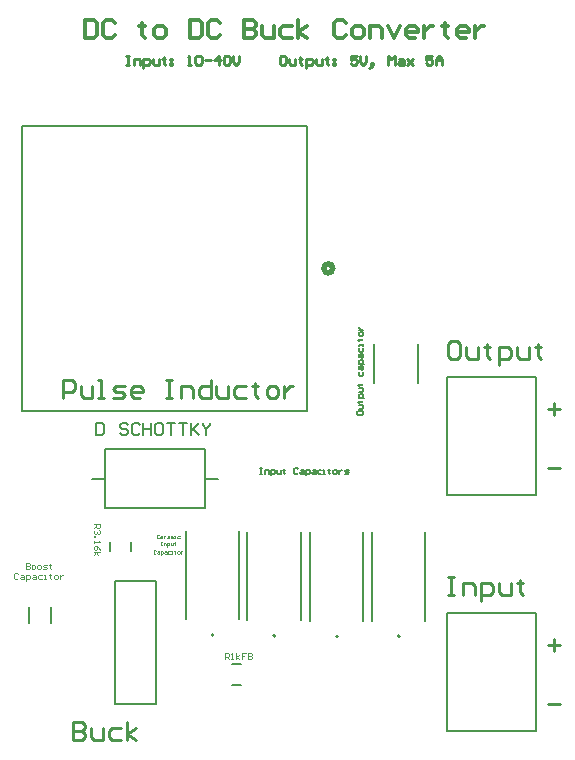
<source format=gbr>
%TF.GenerationSoftware,Altium Limited,Altium Designer,21.6.4 (81)*%
G04 Layer_Color=65535*
%FSLAX26Y26*%
%MOIN*%
%TF.SameCoordinates,D1CDB01D-C4A6-469F-8C54-8347A019B806*%
%TF.FilePolarity,Positive*%
%TF.FileFunction,Legend,Top*%
%TF.Part,Single*%
G01*
G75*
%TA.AperFunction,NonConductor*%
%ADD32C,0.020000*%
%ADD33C,0.007874*%
%ADD34C,0.003937*%
%ADD42C,0.006000*%
%ADD43C,0.005000*%
%ADD44C,0.010000*%
%ADD45C,0.011811*%
%ADD46C,0.005906*%
D32*
X1387756Y1881890D02*
G03*
X1387756Y1881890I-15000J0D01*
G01*
D33*
X1405512Y655315D02*
G03*
X1405512Y655315I-3937J0D01*
G01*
X990157Y660236D02*
G03*
X990157Y660236I-3937J0D01*
G01*
X1195866Y657284D02*
G03*
X1195866Y657284I-3937J0D01*
G01*
X1611220Y655315D02*
G03*
X1611220Y655315I-3937J0D01*
G01*
X585827Y1181102D02*
X629921D01*
X960630D02*
X1004724D01*
X629921Y1081693D02*
Y1280512D01*
X960630D01*
Y1081693D02*
Y1280512D01*
X629921Y1081693D02*
X960630D01*
X2064961Y1126968D02*
Y1520669D01*
X1769685Y1126968D02*
Y1520669D01*
X2064961D01*
X1769685Y1126968D02*
X2064961D01*
X2064961Y339567D02*
Y733268D01*
X1769685Y339567D02*
Y733268D01*
X2064961D01*
X1769685Y339567D02*
X2064961D01*
X1053150Y562992D02*
X1082677D01*
X1053150Y494094D02*
X1082677D01*
X713583Y938976D02*
Y968504D01*
X644685Y938976D02*
Y968504D01*
X1146702Y1217843D02*
X1153261D01*
X1149981D01*
Y1198165D01*
X1146702D01*
X1153261D01*
X1163101D02*
Y1211284D01*
X1172940D01*
X1176220Y1208004D01*
Y1198165D01*
X1182779Y1191605D02*
Y1211284D01*
X1192618D01*
X1195898Y1208004D01*
Y1201445D01*
X1192618Y1198165D01*
X1182779D01*
X1202458Y1211284D02*
Y1201445D01*
X1205737Y1198165D01*
X1215577D01*
Y1211284D01*
X1225416Y1214564D02*
Y1211284D01*
X1222136D01*
X1228696D01*
X1225416D01*
Y1201445D01*
X1228696Y1198165D01*
X1271333Y1214564D02*
X1268053Y1217843D01*
X1261494D01*
X1258214Y1214564D01*
Y1201445D01*
X1261494Y1198165D01*
X1268053D01*
X1271333Y1201445D01*
X1281172Y1211284D02*
X1287732D01*
X1291012Y1208004D01*
Y1198165D01*
X1281172D01*
X1277892Y1201445D01*
X1281172Y1204724D01*
X1291012D01*
X1297571Y1191605D02*
Y1211284D01*
X1307410D01*
X1310690Y1208004D01*
Y1201445D01*
X1307410Y1198165D01*
X1297571D01*
X1320529Y1211284D02*
X1327089D01*
X1330369Y1208004D01*
Y1198165D01*
X1320529D01*
X1317250Y1201445D01*
X1320529Y1204724D01*
X1330369D01*
X1350047Y1211284D02*
X1340208D01*
X1336928Y1208004D01*
Y1201445D01*
X1340208Y1198165D01*
X1350047D01*
X1356607D02*
X1363166D01*
X1359887D01*
Y1211284D01*
X1356607D01*
X1376285Y1214564D02*
Y1211284D01*
X1373006D01*
X1379565D01*
X1376285D01*
Y1201445D01*
X1379565Y1198165D01*
X1392684D02*
X1399244D01*
X1402524Y1201445D01*
Y1208004D01*
X1399244Y1211284D01*
X1392684D01*
X1389405Y1208004D01*
Y1201445D01*
X1392684Y1198165D01*
X1409083Y1211284D02*
Y1198165D01*
Y1204724D01*
X1412363Y1208004D01*
X1415643Y1211284D01*
X1418922D01*
X1428762Y1198165D02*
X1438601D01*
X1441881Y1201445D01*
X1438601Y1204724D01*
X1432042D01*
X1428762Y1208004D01*
X1432042Y1211284D01*
X1441881D01*
X1467196Y1403260D02*
Y1396700D01*
X1470476Y1393420D01*
X1483595D01*
X1486874Y1396700D01*
Y1403260D01*
X1483595Y1406540D01*
X1470476D01*
X1467196Y1403260D01*
X1473755Y1413099D02*
X1483595D01*
X1486874Y1416379D01*
Y1426218D01*
X1473755D01*
X1470476Y1436057D02*
X1473755D01*
Y1432778D01*
Y1439337D01*
Y1436057D01*
X1483595D01*
X1486874Y1439337D01*
X1493434Y1449177D02*
X1473755D01*
Y1459016D01*
X1477035Y1462296D01*
X1483595D01*
X1486874Y1459016D01*
Y1449177D01*
X1473755Y1468855D02*
X1483595D01*
X1486874Y1472135D01*
Y1481974D01*
X1473755D01*
X1470476Y1491813D02*
X1473755D01*
Y1488534D01*
Y1495093D01*
Y1491813D01*
X1483595D01*
X1486874Y1495093D01*
X1473755Y1537730D02*
Y1527891D01*
X1477035Y1524611D01*
X1483595D01*
X1486874Y1527891D01*
Y1537730D01*
X1473755Y1547570D02*
Y1554129D01*
X1477035Y1557409D01*
X1486874D01*
Y1547570D01*
X1483595Y1544290D01*
X1480315Y1547570D01*
Y1557409D01*
X1493434Y1563968D02*
X1473755D01*
Y1573808D01*
X1477035Y1577088D01*
X1483595D01*
X1486874Y1573808D01*
Y1563968D01*
X1473755Y1586927D02*
Y1593486D01*
X1477035Y1596766D01*
X1486874D01*
Y1586927D01*
X1483595Y1583647D01*
X1480315Y1586927D01*
Y1596766D01*
X1473755Y1616445D02*
Y1606605D01*
X1477035Y1603326D01*
X1483595D01*
X1486874Y1606605D01*
Y1616445D01*
Y1623004D02*
Y1629564D01*
Y1626284D01*
X1473755D01*
Y1623004D01*
X1470476Y1642683D02*
X1473755D01*
Y1639403D01*
Y1645963D01*
Y1642683D01*
X1483595D01*
X1486874Y1645963D01*
Y1659082D02*
Y1665641D01*
X1483595Y1668921D01*
X1477035D01*
X1473755Y1665641D01*
Y1659082D01*
X1477035Y1655802D01*
X1483595D01*
X1486874Y1659082D01*
X1473755Y1675481D02*
X1486874D01*
X1480315D01*
X1477035Y1678760D01*
X1473755Y1682040D01*
Y1685320D01*
D34*
X808081Y992119D02*
X806113Y994087D01*
X802177D01*
X800209Y992119D01*
Y984247D01*
X802177Y982279D01*
X806113D01*
X808081Y984247D01*
X817920Y982279D02*
X813984D01*
X812016Y984247D01*
Y988183D01*
X813984Y990151D01*
X817920D01*
X819888Y988183D01*
Y986215D01*
X812016D01*
X823824Y990151D02*
Y982279D01*
Y986215D01*
X825792Y988183D01*
X827759Y990151D01*
X829727D01*
X837599D02*
X841534D01*
X843502Y988183D01*
Y982279D01*
X837599D01*
X835631Y984247D01*
X837599Y986215D01*
X843502D01*
X847438Y982279D02*
Y990151D01*
X849406D01*
X851374Y988183D01*
Y982279D01*
Y988183D01*
X853342Y990151D01*
X855310Y988183D01*
Y982279D01*
X859245D02*
X863181D01*
X861213D01*
Y990151D01*
X859245D01*
X876956D02*
X871053D01*
X869085Y988183D01*
Y984247D01*
X871053Y982279D01*
X876956D01*
X813984Y970469D02*
X817920D01*
X815952D01*
Y958662D01*
X813984D01*
X817920D01*
X823824D02*
Y966534D01*
X829727D01*
X831695Y964566D01*
Y958662D01*
X835631Y954726D02*
Y966534D01*
X841534D01*
X843502Y964566D01*
Y960630D01*
X841534Y958662D01*
X835631D01*
X847438Y966534D02*
Y960630D01*
X849406Y958662D01*
X855310D01*
Y966534D01*
X861213Y968501D02*
Y966534D01*
X859245D01*
X863181D01*
X861213D01*
Y960630D01*
X863181Y958662D01*
X798241Y940948D02*
X796274Y942916D01*
X792338D01*
X790370Y940948D01*
Y933077D01*
X792338Y931109D01*
X796274D01*
X798241Y933077D01*
X804145Y938980D02*
X808081D01*
X810049Y937013D01*
Y931109D01*
X804145D01*
X802177Y933077D01*
X804145Y935045D01*
X810049D01*
X813984Y927173D02*
Y938980D01*
X819888D01*
X821856Y937013D01*
Y933077D01*
X819888Y931109D01*
X813984D01*
X827760Y938980D02*
X831695D01*
X833663Y937013D01*
Y931109D01*
X827760D01*
X825792Y933077D01*
X827760Y935045D01*
X833663D01*
X845470Y938980D02*
X839567D01*
X837599Y937013D01*
Y933077D01*
X839567Y931109D01*
X845470D01*
X849406D02*
X853342D01*
X851374D01*
Y938980D01*
X849406D01*
X861213Y940948D02*
Y938980D01*
X859245D01*
X863181D01*
X861213D01*
Y933077D01*
X863181Y931109D01*
X871053D02*
X874988D01*
X876956Y933077D01*
Y937013D01*
X874988Y938980D01*
X871053D01*
X869085Y937013D01*
Y933077D01*
X871053Y931109D01*
X880892Y938980D02*
Y931109D01*
Y935045D01*
X882860Y937013D01*
X884827Y938980D01*
X886795D01*
X363859Y900714D02*
Y881035D01*
X373698D01*
X376978Y884315D01*
Y887595D01*
X373698Y890874D01*
X363859D01*
X373698D01*
X376978Y894154D01*
Y897434D01*
X373698Y900714D01*
X363859D01*
X386817Y881035D02*
X393377D01*
X396657Y884315D01*
Y890874D01*
X393377Y894154D01*
X386817D01*
X383538Y890874D01*
Y884315D01*
X386817Y881035D01*
X406496D02*
X413056D01*
X416335Y884315D01*
Y890874D01*
X413056Y894154D01*
X406496D01*
X403216Y890874D01*
Y884315D01*
X406496Y881035D01*
X422895D02*
X432734D01*
X436014Y884315D01*
X432734Y887595D01*
X426175D01*
X422895Y890874D01*
X426175Y894154D01*
X436014D01*
X445853Y897434D02*
Y894154D01*
X442574D01*
X449133D01*
X445853D01*
Y884315D01*
X449133Y881035D01*
X339261Y864371D02*
X335981Y867650D01*
X329421D01*
X326142Y864371D01*
Y851252D01*
X329421Y847972D01*
X335981D01*
X339261Y851252D01*
X349100Y861091D02*
X355660D01*
X358939Y857811D01*
Y847972D01*
X349100D01*
X345820Y851252D01*
X349100Y854531D01*
X358939D01*
X365499Y841412D02*
Y861091D01*
X375338D01*
X378618Y857811D01*
Y851252D01*
X375338Y847972D01*
X365499D01*
X388457Y861091D02*
X395017D01*
X398297Y857811D01*
Y847972D01*
X388457D01*
X385178Y851252D01*
X388457Y854531D01*
X398297D01*
X417975Y861091D02*
X408136D01*
X404856Y857811D01*
Y851252D01*
X408136Y847972D01*
X417975D01*
X424535D02*
X431094D01*
X427815D01*
Y861091D01*
X424535D01*
X444213Y864371D02*
Y861091D01*
X440934D01*
X447493D01*
X444213D01*
Y851252D01*
X447493Y847972D01*
X460612D02*
X467172D01*
X470452Y851252D01*
Y857811D01*
X467172Y861091D01*
X460612D01*
X457332Y857811D01*
Y851252D01*
X460612Y847972D01*
X477011Y861091D02*
Y847972D01*
Y854531D01*
X480291Y857811D01*
X483571Y861091D01*
X486850D01*
X591539Y1029183D02*
X611217D01*
Y1019344D01*
X607938Y1016064D01*
X601378D01*
X598098Y1019344D01*
Y1029183D01*
Y1022623D02*
X591539Y1016064D01*
X607938Y1009504D02*
X611217Y1006225D01*
Y999665D01*
X607938Y996385D01*
X604658D01*
X601378Y999665D01*
Y1002945D01*
Y999665D01*
X598098Y996385D01*
X594818D01*
X591539Y999665D01*
Y1006225D01*
X594818Y1009504D01*
X591539Y989826D02*
X594818D01*
Y986546D01*
X591539D01*
Y989826D01*
Y973427D02*
Y966867D01*
Y970147D01*
X611217D01*
X607938Y973427D01*
X611217Y943909D02*
X607938Y950468D01*
X601378Y957028D01*
X594818D01*
X591539Y953748D01*
Y947189D01*
X594818Y943909D01*
X598098D01*
X601378Y947189D01*
Y957028D01*
X591539Y937349D02*
X611217D01*
X598098D02*
X604658Y927510D01*
X598098Y937349D02*
X591539Y927510D01*
X1029542Y579728D02*
Y599406D01*
X1039381D01*
X1042661Y596126D01*
Y589567D01*
X1039381Y586287D01*
X1029542D01*
X1036101D02*
X1042661Y579728D01*
X1049221D02*
X1055780D01*
X1052500D01*
Y599406D01*
X1049221Y596126D01*
X1065620Y579728D02*
Y599406D01*
Y586287D02*
X1075459Y592847D01*
X1065620Y586287D02*
X1075459Y579728D01*
X1098417Y599406D02*
X1085298D01*
Y589567D01*
X1091858D01*
X1085298D01*
Y579728D01*
X1104977Y599406D02*
Y579728D01*
X1114816D01*
X1118096Y583007D01*
Y586287D01*
X1114816Y589567D01*
X1104977D01*
X1114816D01*
X1118096Y592847D01*
Y596126D01*
X1114816Y599406D01*
X1104977D01*
D42*
X1302756Y1406890D02*
Y2356890D01*
X352756Y1406890D02*
X1302756D01*
X352756D02*
Y2356890D01*
X1302756D01*
X660283Y428464D02*
Y838465D01*
X798283D01*
Y428464D02*
Y838465D01*
X660283Y428464D02*
X798283D01*
X1525409Y1498585D02*
Y1629368D01*
X1673409Y1498585D02*
Y1629368D01*
X448901Y698502D02*
Y752285D01*
X375901Y698502D02*
Y752285D01*
D43*
X1490157Y707677D02*
Y1002953D01*
X1312992Y707677D02*
Y1002953D01*
X1074803Y712598D02*
Y1007874D01*
X897638Y712598D02*
Y1007874D01*
X1280512Y709646D02*
Y1004921D01*
X1103346Y709646D02*
Y1004921D01*
X1695866Y707677D02*
Y1002953D01*
X1518701Y707677D02*
Y1002953D01*
D44*
X2104488Y1215709D02*
X2144476D01*
X2104488Y1412868D02*
X2144476D01*
X2124482Y1432861D02*
Y1392874D01*
X698976Y2591351D02*
X709472D01*
X704224D01*
Y2559865D01*
X698976D01*
X709472D01*
X725215D02*
Y2580856D01*
X740958D01*
X746205Y2575608D01*
Y2559865D01*
X756701Y2549370D02*
Y2580856D01*
X772444D01*
X777691Y2575608D01*
Y2565113D01*
X772444Y2559865D01*
X756701D01*
X788187Y2580856D02*
Y2565113D01*
X793434Y2559865D01*
X809177D01*
Y2580856D01*
X824920Y2586104D02*
Y2580856D01*
X819672D01*
X830168D01*
X824920D01*
Y2565113D01*
X830168Y2559865D01*
X845911Y2580856D02*
X851158D01*
Y2575608D01*
X845911D01*
Y2580856D01*
Y2565113D02*
X851158D01*
Y2559865D01*
X845911D01*
Y2565113D01*
X903635Y2559865D02*
X914130D01*
X908883D01*
Y2591351D01*
X903635Y2586104D01*
X929873D02*
X935121Y2591351D01*
X945616D01*
X950864Y2586104D01*
Y2565113D01*
X945616Y2559865D01*
X935121D01*
X929873Y2565113D01*
Y2586104D01*
X961359Y2575608D02*
X982350D01*
X1008588Y2559865D02*
Y2591351D01*
X992845Y2575608D01*
X1013836D01*
X1024331Y2586104D02*
X1029579Y2591351D01*
X1040074D01*
X1045322Y2586104D01*
Y2565113D01*
X1040074Y2559865D01*
X1029579D01*
X1024331Y2565113D01*
Y2586104D01*
X1055817Y2591351D02*
Y2570361D01*
X1066312Y2559865D01*
X1076807Y2570361D01*
Y2591351D01*
X1226530D02*
X1216035D01*
X1210787Y2586104D01*
Y2565113D01*
X1216035Y2559865D01*
X1226530D01*
X1231778Y2565113D01*
Y2586104D01*
X1226530Y2591351D01*
X1242273Y2580856D02*
Y2565113D01*
X1247521Y2559865D01*
X1263264D01*
Y2580856D01*
X1279007Y2586104D02*
Y2580856D01*
X1273759D01*
X1284255D01*
X1279007D01*
Y2565113D01*
X1284255Y2559865D01*
X1299997Y2549370D02*
Y2580856D01*
X1315741D01*
X1320988Y2575608D01*
Y2565113D01*
X1315741Y2559865D01*
X1299997D01*
X1331483Y2580856D02*
Y2565113D01*
X1336731Y2559865D01*
X1352474D01*
Y2580856D01*
X1368217Y2586104D02*
Y2580856D01*
X1362969D01*
X1373465D01*
X1368217D01*
Y2565113D01*
X1373465Y2559865D01*
X1389208Y2580856D02*
X1394455D01*
Y2575608D01*
X1389208D01*
Y2580856D01*
Y2565113D02*
X1394455D01*
Y2559865D01*
X1389208D01*
Y2565113D01*
X1467922Y2591351D02*
X1446932D01*
Y2575608D01*
X1457427Y2580856D01*
X1462675D01*
X1467922Y2575608D01*
Y2565113D01*
X1462675Y2559865D01*
X1452179D01*
X1446932Y2565113D01*
X1478418Y2591351D02*
Y2570361D01*
X1488913Y2559865D01*
X1499408Y2570361D01*
Y2591351D01*
X1515151Y2554618D02*
X1520399Y2559865D01*
Y2565113D01*
X1515151D01*
Y2559865D01*
X1520399D01*
X1515151Y2554618D01*
X1509904Y2549370D01*
X1572875Y2559865D02*
Y2591351D01*
X1583371Y2580856D01*
X1593866Y2591351D01*
Y2559865D01*
X1609609Y2580856D02*
X1620104D01*
X1625352Y2575608D01*
Y2559865D01*
X1609609D01*
X1604361Y2565113D01*
X1609609Y2570361D01*
X1625352D01*
X1635847Y2580856D02*
X1656838Y2559865D01*
X1646342Y2570361D01*
X1656838Y2580856D01*
X1635847Y2559865D01*
X1719810Y2591351D02*
X1698819D01*
Y2575608D01*
X1709314Y2580856D01*
X1714562D01*
X1719810Y2575608D01*
Y2565113D01*
X1714562Y2559865D01*
X1704067D01*
X1698819Y2565113D01*
X1730305Y2559865D02*
Y2580856D01*
X1740800Y2591351D01*
X1751295Y2580856D01*
Y2559865D01*
Y2575608D01*
X1730305D01*
X2104488Y428307D02*
X2144475D01*
X2104488Y625466D02*
X2144475D01*
X2124482Y645459D02*
Y605472D01*
X522003Y368573D02*
Y308592D01*
X551993D01*
X561990Y318589D01*
Y328586D01*
X551993Y338583D01*
X522003D01*
X551993D01*
X561990Y348579D01*
Y358576D01*
X551993Y368573D01*
X522003D01*
X581983Y348579D02*
Y318589D01*
X591980Y308592D01*
X621970D01*
Y348579D01*
X681951D02*
X651961D01*
X641964Y338583D01*
Y318589D01*
X651961Y308592D01*
X681951D01*
X701944D02*
Y368573D01*
Y328586D02*
X731935Y348579D01*
X701944Y328586D02*
X731935Y308592D01*
X488313Y1449813D02*
Y1508849D01*
X517831D01*
X527671Y1499009D01*
Y1479331D01*
X517831Y1469491D01*
X488313D01*
X547349Y1489170D02*
Y1459652D01*
X557189Y1449813D01*
X586707D01*
Y1489170D01*
X606385Y1449813D02*
X626064D01*
X616225D01*
Y1508849D01*
X606385D01*
X655582Y1449813D02*
X685100D01*
X694939Y1459652D01*
X685100Y1469491D01*
X665421D01*
X655582Y1479331D01*
X665421Y1489170D01*
X694939D01*
X744136Y1449813D02*
X724457D01*
X714618Y1459652D01*
Y1479331D01*
X724457Y1489170D01*
X744136D01*
X753975Y1479331D01*
Y1469491D01*
X714618D01*
X832690Y1508849D02*
X852369D01*
X842529D01*
Y1449813D01*
X832690D01*
X852369D01*
X881887D02*
Y1489170D01*
X911405D01*
X921244Y1479331D01*
Y1449813D01*
X980280Y1508849D02*
Y1449813D01*
X950762D01*
X940923Y1459652D01*
Y1479331D01*
X950762Y1489170D01*
X980280D01*
X999959D02*
Y1459652D01*
X1009798Y1449813D01*
X1039316D01*
Y1489170D01*
X1098352D02*
X1068834D01*
X1058995Y1479331D01*
Y1459652D01*
X1068834Y1449813D01*
X1098352D01*
X1127870Y1499009D02*
Y1489170D01*
X1118031D01*
X1137709D01*
X1127870D01*
Y1459652D01*
X1137709Y1449813D01*
X1177067D02*
X1196745D01*
X1206585Y1459652D01*
Y1479331D01*
X1196745Y1489170D01*
X1177067D01*
X1167227Y1479331D01*
Y1459652D01*
X1177067Y1449813D01*
X1226263Y1489170D02*
Y1449813D01*
Y1469491D01*
X1236103Y1479331D01*
X1245942Y1489170D01*
X1255781D01*
X1801313Y1639547D02*
X1781320D01*
X1771323Y1629551D01*
Y1589564D01*
X1781320Y1579567D01*
X1801313D01*
X1811310Y1589564D01*
Y1629551D01*
X1801313Y1639547D01*
X1831303Y1619554D02*
Y1589564D01*
X1841300Y1579567D01*
X1871291D01*
Y1619554D01*
X1901281Y1629551D02*
Y1619554D01*
X1891284D01*
X1911277D01*
X1901281D01*
Y1589564D01*
X1911277Y1579567D01*
X1941268Y1559573D02*
Y1619554D01*
X1971258D01*
X1981255Y1609557D01*
Y1589564D01*
X1971258Y1579567D01*
X1941268D01*
X2001248Y1619554D02*
Y1589564D01*
X2011245Y1579567D01*
X2041236D01*
Y1619554D01*
X2071226Y1629551D02*
Y1619554D01*
X2061229D01*
X2081222D01*
X2071226D01*
Y1589564D01*
X2081222Y1579567D01*
X1771323Y852548D02*
X1791316D01*
X1781320D01*
Y792567D01*
X1771323D01*
X1791316D01*
X1821307D02*
Y832554D01*
X1851297D01*
X1861294Y822557D01*
Y792567D01*
X1881287Y772573D02*
Y832554D01*
X1911277D01*
X1921274Y822557D01*
Y802564D01*
X1911277Y792567D01*
X1881287D01*
X1941268Y832554D02*
Y802564D01*
X1951265Y792567D01*
X1981255D01*
Y832554D01*
X2011245Y842551D02*
Y832554D01*
X2001248D01*
X2021242D01*
X2011245D01*
Y802564D01*
X2021242Y792567D01*
D45*
X562992Y2709587D02*
Y2649606D01*
X592982D01*
X602979Y2659603D01*
Y2699590D01*
X592982Y2709587D01*
X562992D01*
X662960Y2699590D02*
X652963Y2709587D01*
X632970D01*
X622973Y2699590D01*
Y2659603D01*
X632970Y2649606D01*
X652963D01*
X662960Y2659603D01*
X752931Y2699590D02*
Y2689593D01*
X742934D01*
X762927D01*
X752931D01*
Y2659603D01*
X762927Y2649606D01*
X802914D02*
X822908D01*
X832905Y2659603D01*
Y2679597D01*
X822908Y2689593D01*
X802914D01*
X792918Y2679597D01*
Y2659603D01*
X802914Y2649606D01*
X912879Y2709587D02*
Y2649606D01*
X942869D01*
X952866Y2659603D01*
Y2699590D01*
X942869Y2709587D01*
X912879D01*
X1012847Y2699590D02*
X1002850Y2709587D01*
X982856D01*
X972860Y2699590D01*
Y2659603D01*
X982856Y2649606D01*
X1002850D01*
X1012847Y2659603D01*
X1092821Y2709587D02*
Y2649606D01*
X1122811D01*
X1132808Y2659603D01*
Y2669600D01*
X1122811Y2679597D01*
X1092821D01*
X1122811D01*
X1132808Y2689593D01*
Y2699590D01*
X1122811Y2709587D01*
X1092821D01*
X1152801Y2689593D02*
Y2659603D01*
X1162798Y2649606D01*
X1192788D01*
Y2689593D01*
X1252769D02*
X1222779D01*
X1212782Y2679597D01*
Y2659603D01*
X1222779Y2649606D01*
X1252769D01*
X1272763D02*
Y2709587D01*
Y2669600D02*
X1302753Y2689593D01*
X1272763Y2669600D02*
X1302753Y2649606D01*
X1432711Y2699590D02*
X1422714Y2709587D01*
X1402720D01*
X1392724Y2699590D01*
Y2659603D01*
X1402720Y2649606D01*
X1422714D01*
X1432711Y2659603D01*
X1462701Y2649606D02*
X1482695D01*
X1492691Y2659603D01*
Y2679597D01*
X1482695Y2689593D01*
X1462701D01*
X1452704Y2679597D01*
Y2659603D01*
X1462701Y2649606D01*
X1512685D02*
Y2689593D01*
X1542675D01*
X1552672Y2679597D01*
Y2649606D01*
X1572666Y2689593D02*
X1592659Y2649606D01*
X1612653Y2689593D01*
X1662636Y2649606D02*
X1642643D01*
X1632646Y2659603D01*
Y2679597D01*
X1642643Y2689593D01*
X1662636D01*
X1672633Y2679597D01*
Y2669600D01*
X1632646D01*
X1692627Y2689593D02*
Y2649606D01*
Y2669600D01*
X1702623Y2679597D01*
X1712620Y2689593D01*
X1722617D01*
X1762604Y2699590D02*
Y2689593D01*
X1752607D01*
X1772601D01*
X1762604D01*
Y2659603D01*
X1772601Y2649606D01*
X1832581D02*
X1812588D01*
X1802591Y2659603D01*
Y2679597D01*
X1812588Y2689593D01*
X1832581D01*
X1842578Y2679597D01*
Y2669600D01*
X1802591D01*
X1862572Y2689593D02*
Y2649606D01*
Y2669600D01*
X1872569Y2679597D01*
X1882565Y2689593D01*
X1892562D01*
D46*
X599340Y1367120D02*
Y1327762D01*
X619018D01*
X625578Y1334322D01*
Y1360560D01*
X619018Y1367120D01*
X599340D01*
X704293Y1360560D02*
X697733Y1367120D01*
X684614D01*
X678054Y1360560D01*
Y1354000D01*
X684614Y1347441D01*
X697733D01*
X704293Y1340881D01*
Y1334322D01*
X697733Y1327762D01*
X684614D01*
X678054Y1334322D01*
X743650Y1360560D02*
X737090Y1367120D01*
X723971D01*
X717412Y1360560D01*
Y1334322D01*
X723971Y1327762D01*
X737090D01*
X743650Y1334322D01*
X756769Y1367120D02*
Y1327762D01*
Y1347441D01*
X783007D01*
Y1367120D01*
Y1327762D01*
X815805Y1367120D02*
X802686D01*
X796126Y1360560D01*
Y1334322D01*
X802686Y1327762D01*
X815805D01*
X822365Y1334322D01*
Y1360560D01*
X815805Y1367120D01*
X835484D02*
X861722D01*
X848603D01*
Y1327762D01*
X874841Y1367120D02*
X901080D01*
X887960D01*
Y1327762D01*
X914199Y1367120D02*
Y1327762D01*
Y1340881D01*
X940437Y1367120D01*
X920758Y1347441D01*
X940437Y1327762D01*
X953556Y1367120D02*
Y1360560D01*
X966675Y1347441D01*
X979794Y1360560D01*
Y1367120D01*
X966675Y1347441D02*
Y1327762D01*
%TF.MD5,0dbfb8f5eca0b8fb3c3fa98ceb42ef6f*%
M02*

</source>
